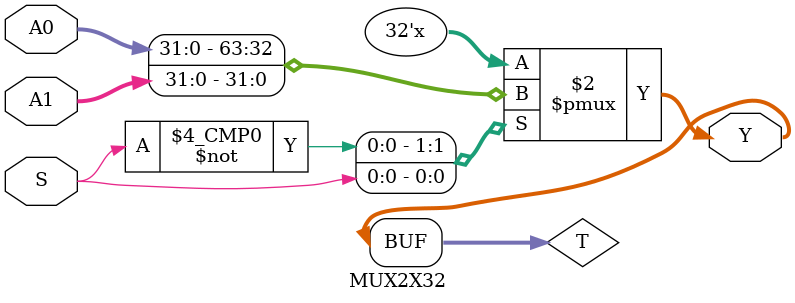
<source format=v>
`timescale 1ns / 1ps
module MUX2X32(A0,A1,S,Y
    );
input[31:0] A0,A1;
	input S;
	output[31:0] Y;
	reg[31:0] T;
	always @(*) begin
	case(S)
		1'b0:T=A0;
		1'b1:T=A1;
	endcase
	end
	assign Y=T;


endmodule

</source>
